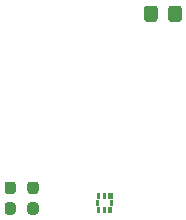
<source format=gbr>
%TF.GenerationSoftware,KiCad,Pcbnew,5.1.6*%
%TF.CreationDate,2020-10-03T01:30:16+01:00*%
%TF.ProjectId,PCB-Business-Card,5043422d-4275-4736-996e-6573732d4361,rev?*%
%TF.SameCoordinates,Original*%
%TF.FileFunction,Paste,Top*%
%TF.FilePolarity,Positive*%
%FSLAX46Y46*%
G04 Gerber Fmt 4.6, Leading zero omitted, Abs format (unit mm)*
G04 Created by KiCad (PCBNEW 5.1.6) date 2020-10-03 01:30:16*
%MOMM*%
%LPD*%
G01*
G04 APERTURE LIST*
%ADD10C,0.010000*%
G04 APERTURE END LIST*
D10*
%TO.C,U1*%
G36*
X185710000Y-110800000D02*
G01*
X185710000Y-111200000D01*
X185490000Y-111200000D01*
X185490000Y-110800000D01*
X185710000Y-110800000D01*
G37*
X185710000Y-110800000D02*
X185710000Y-111200000D01*
X185490000Y-111200000D01*
X185490000Y-110800000D01*
X185710000Y-110800000D01*
G36*
X184510000Y-110800000D02*
G01*
X184510000Y-111200000D01*
X184290000Y-111200000D01*
X184290000Y-110800000D01*
X184510000Y-110800000D01*
G37*
X184510000Y-110800000D02*
X184510000Y-111200000D01*
X184290000Y-111200000D01*
X184290000Y-110800000D01*
X184510000Y-110800000D01*
G36*
X185710000Y-110200000D02*
G01*
X185710000Y-110600000D01*
X185390000Y-110600000D01*
X185390000Y-110200000D01*
X185710000Y-110200000D01*
G37*
X185710000Y-110200000D02*
X185710000Y-110600000D01*
X185390000Y-110600000D01*
X185390000Y-110200000D01*
X185710000Y-110200000D01*
G36*
X185610000Y-111400000D02*
G01*
X185610000Y-111800000D01*
X185390000Y-111800000D01*
X185390000Y-111400000D01*
X185610000Y-111400000D01*
G37*
X185610000Y-111400000D02*
X185610000Y-111800000D01*
X185390000Y-111800000D01*
X185390000Y-111400000D01*
X185610000Y-111400000D01*
G36*
X184610000Y-110200000D02*
G01*
X184610000Y-110600000D01*
X184390000Y-110600000D01*
X184390000Y-110200000D01*
X184610000Y-110200000D01*
G37*
X184610000Y-110200000D02*
X184610000Y-110600000D01*
X184390000Y-110600000D01*
X184390000Y-110200000D01*
X184610000Y-110200000D01*
G36*
X184610000Y-111400000D02*
G01*
X184610000Y-111800000D01*
X184390000Y-111800000D01*
X184390000Y-111400000D01*
X184610000Y-111400000D01*
G37*
X184610000Y-111400000D02*
X184610000Y-111800000D01*
X184390000Y-111800000D01*
X184390000Y-111400000D01*
X184610000Y-111400000D01*
G36*
X185110000Y-110200000D02*
G01*
X185110000Y-110600000D01*
X184890000Y-110600000D01*
X184890000Y-110200000D01*
X185110000Y-110200000D01*
G37*
X185110000Y-110200000D02*
X185110000Y-110600000D01*
X184890000Y-110600000D01*
X184890000Y-110200000D01*
X185110000Y-110200000D01*
G36*
X185110000Y-111400000D02*
G01*
X185110000Y-111800000D01*
X184890000Y-111800000D01*
X184890000Y-111400000D01*
X185110000Y-111400000D01*
G37*
X185110000Y-111400000D02*
X185110000Y-111800000D01*
X184890000Y-111800000D01*
X184890000Y-111400000D01*
X185110000Y-111400000D01*
%TD*%
%TO.C,R1*%
G36*
G01*
X177297500Y-110260000D02*
X176822500Y-110260000D01*
G75*
G02*
X176585000Y-110022500I0J237500D01*
G01*
X176585000Y-109447500D01*
G75*
G02*
X176822500Y-109210000I237500J0D01*
G01*
X177297500Y-109210000D01*
G75*
G02*
X177535000Y-109447500I0J-237500D01*
G01*
X177535000Y-110022500D01*
G75*
G02*
X177297500Y-110260000I-237500J0D01*
G01*
G37*
G36*
G01*
X177297500Y-112010000D02*
X176822500Y-112010000D01*
G75*
G02*
X176585000Y-111772500I0J237500D01*
G01*
X176585000Y-111197500D01*
G75*
G02*
X176822500Y-110960000I237500J0D01*
G01*
X177297500Y-110960000D01*
G75*
G02*
X177535000Y-111197500I0J-237500D01*
G01*
X177535000Y-111772500D01*
G75*
G02*
X177297500Y-112010000I-237500J0D01*
G01*
G37*
%TD*%
%TO.C,D1*%
G36*
G01*
X190450000Y-95450001D02*
X190450000Y-94549999D01*
G75*
G02*
X190699999Y-94300000I249999J0D01*
G01*
X191350001Y-94300000D01*
G75*
G02*
X191600000Y-94549999I0J-249999D01*
G01*
X191600000Y-95450001D01*
G75*
G02*
X191350001Y-95700000I-249999J0D01*
G01*
X190699999Y-95700000D01*
G75*
G02*
X190450000Y-95450001I0J249999D01*
G01*
G37*
G36*
G01*
X188400000Y-95450001D02*
X188400000Y-94549999D01*
G75*
G02*
X188649999Y-94300000I249999J0D01*
G01*
X189300001Y-94300000D01*
G75*
G02*
X189550000Y-94549999I0J-249999D01*
G01*
X189550000Y-95450001D01*
G75*
G02*
X189300001Y-95700000I-249999J0D01*
G01*
X188649999Y-95700000D01*
G75*
G02*
X188400000Y-95450001I0J249999D01*
G01*
G37*
%TD*%
%TO.C,C1*%
G36*
G01*
X179237500Y-110255000D02*
X178762500Y-110255000D01*
G75*
G02*
X178525000Y-110017500I0J237500D01*
G01*
X178525000Y-109442500D01*
G75*
G02*
X178762500Y-109205000I237500J0D01*
G01*
X179237500Y-109205000D01*
G75*
G02*
X179475000Y-109442500I0J-237500D01*
G01*
X179475000Y-110017500D01*
G75*
G02*
X179237500Y-110255000I-237500J0D01*
G01*
G37*
G36*
G01*
X179237500Y-112005000D02*
X178762500Y-112005000D01*
G75*
G02*
X178525000Y-111767500I0J237500D01*
G01*
X178525000Y-111192500D01*
G75*
G02*
X178762500Y-110955000I237500J0D01*
G01*
X179237500Y-110955000D01*
G75*
G02*
X179475000Y-111192500I0J-237500D01*
G01*
X179475000Y-111767500D01*
G75*
G02*
X179237500Y-112005000I-237500J0D01*
G01*
G37*
%TD*%
M02*

</source>
